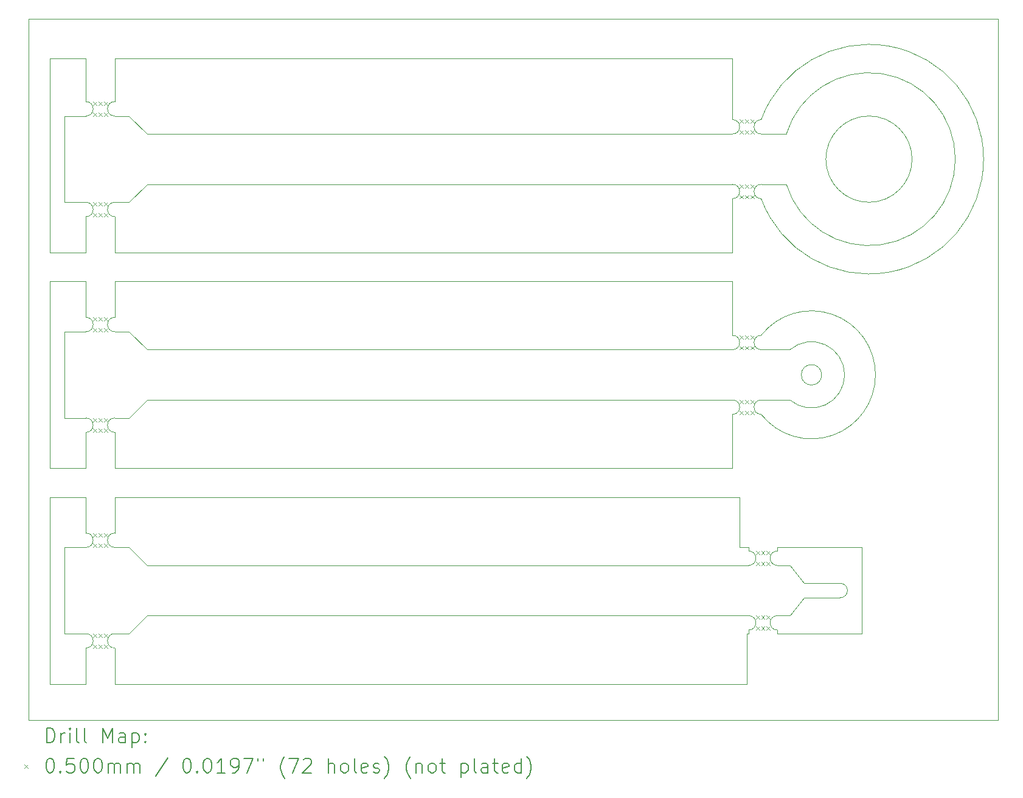
<source format=gbr>
%FSLAX45Y45*%
G04 Gerber Fmt 4.5, Leading zero omitted, Abs format (unit mm)*
G04 Created by KiCad (PCBNEW (6.0.1)) date 2023-07-16 14:40:19*
%MOMM*%
%LPD*%
G01*
G04 APERTURE LIST*
%TA.AperFunction,Profile*%
%ADD10C,0.100000*%
%TD*%
%ADD11C,0.200000*%
%ADD12C,0.050000*%
G04 APERTURE END LIST*
D10*
X17100000Y-9450000D02*
G75*
G03*
X17100000Y-8750000I300000J350000D01*
G01*
X17000000Y-11500000D02*
X18100000Y-11500000D01*
X7900000Y-9700000D02*
X8150000Y-9450000D01*
X16300000Y-7800000D02*
X7700000Y-7800000D01*
X17100000Y-12450000D02*
X17300000Y-12200000D01*
X16925000Y-11500000D02*
X16925000Y-11550000D01*
X16525000Y-12700000D02*
X16500000Y-12700000D01*
X7300000Y-11500000D02*
X7000000Y-11500000D01*
X17050000Y-6450000D02*
G75*
G03*
X17050000Y-5750000I1150001J350000D01*
G01*
X7900000Y-12700000D02*
X8150000Y-12450000D01*
X16300000Y-4700000D02*
X7700000Y-4700000D01*
X7700000Y-12700000D02*
G75*
G03*
X7700000Y-12900000I0J-100000D01*
G01*
X16525000Y-12450000D02*
X8150000Y-12450000D01*
X17100000Y-11750000D02*
X17300000Y-12000000D01*
X16525000Y-11500000D02*
X16500000Y-11500000D01*
X6800000Y-4700000D02*
X7300000Y-4700000D01*
X7900000Y-6700000D02*
X8150000Y-6450000D01*
X16300000Y-8750000D02*
G75*
G03*
X16300000Y-8550000I0J100000D01*
G01*
X7300000Y-12900000D02*
G75*
G03*
X7300000Y-12700000I0J100000D01*
G01*
X7700000Y-9900000D02*
X7700000Y-10400000D01*
X16500000Y-13400000D02*
X16500000Y-12700000D01*
X16300000Y-9450000D02*
X8150000Y-9450000D01*
X7300000Y-13400000D02*
X6800000Y-13400000D01*
X7700000Y-8300000D02*
G75*
G03*
X7700000Y-8500000I0J-100000D01*
G01*
X16525000Y-11750000D02*
G75*
G03*
X16525000Y-11550000I0J100000D01*
G01*
X16700000Y-9650000D02*
G75*
G03*
X16700000Y-8550000I700182J550000D01*
G01*
X16925000Y-12450000D02*
G75*
G03*
X16925000Y-12650000I0J-100000D01*
G01*
X6800000Y-10400000D02*
X7300000Y-10400000D01*
X7300000Y-5300000D02*
X7300000Y-4700000D01*
X7900000Y-9700000D02*
X7700000Y-9700000D01*
X16925000Y-11550000D02*
G75*
G03*
X16925000Y-11750000I0J-100000D01*
G01*
X16525000Y-12650000D02*
G75*
G03*
X16525000Y-12450000I0J100000D01*
G01*
X18100000Y-11500000D02*
X18100000Y-12700000D01*
X7700000Y-10800000D02*
X7700000Y-11300000D01*
X16300000Y-10400000D02*
X16300000Y-9650000D01*
X8150000Y-11750000D02*
X7900000Y-11500000D01*
X7700000Y-7800000D02*
X7700000Y-8300000D01*
X7900000Y-6700000D02*
X7700000Y-6700000D01*
X18100000Y-12700000D02*
X17000000Y-12700000D01*
X7300000Y-7800000D02*
X6800000Y-7800000D01*
X16400000Y-10800000D02*
X7700000Y-10800000D01*
X16700000Y-6450000D02*
X17050000Y-6450000D01*
X16700000Y-8750000D02*
X17100000Y-8750000D01*
X7300000Y-9900000D02*
G75*
G03*
X7300000Y-9700000I0J100000D01*
G01*
X16300000Y-5550000D02*
X16300000Y-4700000D01*
X7000000Y-5500000D02*
X7000000Y-6700000D01*
X8150000Y-8750000D02*
X7900000Y-8500000D01*
X7300000Y-5500000D02*
G75*
G03*
X7300000Y-5300000I0J100000D01*
G01*
X16700000Y-8550000D02*
G75*
G03*
X16700000Y-8750000I0J-100000D01*
G01*
X6800000Y-13400000D02*
X6800000Y-10800000D01*
X6800000Y-7400000D02*
X6800000Y-4700000D01*
X7300000Y-8500000D02*
G75*
G03*
X7300000Y-8300000I0J100000D01*
G01*
X16925000Y-12700000D02*
X17000000Y-12700000D01*
X7700000Y-5300000D02*
G75*
G03*
X7700000Y-5500000I0J-100000D01*
G01*
X17541421Y-9100000D02*
G75*
G03*
X17541421Y-9100000I-141421J0D01*
G01*
X16300000Y-6450000D02*
X8150000Y-6450000D01*
X7900000Y-11500000D02*
X7700000Y-11500000D01*
X16700000Y-6450000D02*
G75*
G03*
X16700000Y-6650000I0J-100000D01*
G01*
X7000000Y-8500000D02*
X7000000Y-9700000D01*
X7000000Y-9700000D02*
X7300000Y-9700000D01*
X16925000Y-12650000D02*
X16925000Y-12700000D01*
X7700000Y-7400000D02*
X16300000Y-7400000D01*
X16525000Y-11550000D02*
X16525000Y-11500000D01*
X17800000Y-12200000D02*
X17300000Y-12200000D01*
X16700000Y-6650000D02*
G75*
G03*
X16700000Y-5550000I1498891J550000D01*
G01*
X7300000Y-10800000D02*
X7300000Y-11300000D01*
X16700000Y-5550000D02*
G75*
G03*
X16700000Y-5750000I0J-100000D01*
G01*
X7900000Y-12700000D02*
X7700000Y-12700000D01*
X16400000Y-11500000D02*
X16400000Y-10800000D01*
X7000000Y-6700000D02*
X7300000Y-6700000D01*
X16300000Y-9650000D02*
G75*
G03*
X16300000Y-9450000I0J100000D01*
G01*
X7300000Y-6900000D02*
X7300000Y-7400000D01*
X16700000Y-9450000D02*
G75*
G03*
X16700000Y-9650000I0J-100000D01*
G01*
X8150000Y-5750000D02*
X7900000Y-5500000D01*
X7700000Y-5300000D02*
X7700000Y-4700000D01*
X7300000Y-12900000D02*
X7300000Y-13400000D01*
X7300000Y-8500000D02*
X7000000Y-8500000D01*
X17300000Y-12000000D02*
X17800000Y-12000000D01*
X7700000Y-6900000D02*
X7700000Y-7400000D01*
X16300000Y-5750000D02*
X8150000Y-5750000D01*
X6800000Y-7800000D02*
X6800000Y-10400000D01*
X7700000Y-12900000D02*
X7700000Y-13400000D01*
X7000000Y-11500000D02*
X7000000Y-12700000D01*
X16300000Y-8750000D02*
X8150000Y-8750000D01*
X16300000Y-8550000D02*
X16300000Y-7800000D01*
X7700000Y-9700000D02*
G75*
G03*
X7700000Y-9900000I0J-100000D01*
G01*
X16300000Y-6650000D02*
G75*
G03*
X16300000Y-6450000I0J100000D01*
G01*
X7300000Y-6900000D02*
G75*
G03*
X7300000Y-6700000I0J100000D01*
G01*
X16500000Y-11500000D02*
X16400000Y-11500000D01*
X16300000Y-7400000D02*
X16300000Y-6650000D01*
X18800000Y-6100000D02*
G75*
G03*
X18800000Y-6100000I-600000J0D01*
G01*
X7300000Y-10400000D02*
X7300000Y-9900000D01*
X7000000Y-5500000D02*
X7300000Y-5500000D01*
X16925000Y-11750000D02*
X17100000Y-11750000D01*
X16700000Y-9450000D02*
X17100000Y-9450000D01*
X7700000Y-6700000D02*
G75*
G03*
X7700000Y-6900000I0J-100000D01*
G01*
X17000000Y-11500000D02*
X16925000Y-11500000D01*
X7900000Y-5500000D02*
X7700000Y-5500000D01*
X7300000Y-7400000D02*
X6800000Y-7400000D01*
X7700000Y-10400000D02*
X16300000Y-10400000D01*
X6800000Y-10800000D02*
X7300000Y-10800000D01*
X7900000Y-8500000D02*
X7700000Y-8500000D01*
X16700000Y-5750000D02*
X17050000Y-5750000D01*
X7300000Y-8300000D02*
X7300000Y-7800000D01*
X6500000Y-4150000D02*
X20000000Y-4150000D01*
X20000000Y-4150000D02*
X20000000Y-13900000D01*
X20000000Y-13900000D02*
X6500000Y-13900000D01*
X6500000Y-13900000D02*
X6500000Y-4150000D01*
X16925000Y-12450000D02*
X17100000Y-12450000D01*
X16525000Y-11750000D02*
X8150000Y-11750000D01*
X16525000Y-12650000D02*
X16525000Y-12700000D01*
X7700000Y-11300000D02*
G75*
G03*
X7700000Y-11500000I0J-100000D01*
G01*
X7300000Y-11500000D02*
G75*
G03*
X7300000Y-11300000I0J100000D01*
G01*
X17800000Y-12200000D02*
G75*
G03*
X17800000Y-12000000I0J100000D01*
G01*
X7000000Y-12700000D02*
X7300000Y-12700000D01*
X7700000Y-13400000D02*
X16500000Y-13400000D01*
X16300000Y-5750000D02*
G75*
G03*
X16300000Y-5550000I0J100000D01*
G01*
D11*
D12*
X7400000Y-5300000D02*
X7450000Y-5350000D01*
X7450000Y-5300000D02*
X7400000Y-5350000D01*
X7400000Y-5450000D02*
X7450000Y-5500000D01*
X7450000Y-5450000D02*
X7400000Y-5500000D01*
X7400000Y-6700000D02*
X7450000Y-6750000D01*
X7450000Y-6700000D02*
X7400000Y-6750000D01*
X7400000Y-6850000D02*
X7450000Y-6900000D01*
X7450000Y-6850000D02*
X7400000Y-6900000D01*
X7400000Y-8300000D02*
X7450000Y-8350000D01*
X7450000Y-8300000D02*
X7400000Y-8350000D01*
X7400000Y-8450000D02*
X7450000Y-8500000D01*
X7450000Y-8450000D02*
X7400000Y-8500000D01*
X7400000Y-9700000D02*
X7450000Y-9750000D01*
X7450000Y-9700000D02*
X7400000Y-9750000D01*
X7400000Y-9850000D02*
X7450000Y-9900000D01*
X7450000Y-9850000D02*
X7400000Y-9900000D01*
X7400000Y-11300000D02*
X7450000Y-11350000D01*
X7450000Y-11300000D02*
X7400000Y-11350000D01*
X7400000Y-11450000D02*
X7450000Y-11500000D01*
X7450000Y-11450000D02*
X7400000Y-11500000D01*
X7400000Y-12700000D02*
X7450000Y-12750000D01*
X7450000Y-12700000D02*
X7400000Y-12750000D01*
X7400000Y-12850000D02*
X7450000Y-12900000D01*
X7450000Y-12850000D02*
X7400000Y-12900000D01*
X7475000Y-5300000D02*
X7525000Y-5350000D01*
X7525000Y-5300000D02*
X7475000Y-5350000D01*
X7475000Y-5450000D02*
X7525000Y-5500000D01*
X7525000Y-5450000D02*
X7475000Y-5500000D01*
X7475000Y-6700000D02*
X7525000Y-6750000D01*
X7525000Y-6700000D02*
X7475000Y-6750000D01*
X7475000Y-6850000D02*
X7525000Y-6900000D01*
X7525000Y-6850000D02*
X7475000Y-6900000D01*
X7475000Y-8300000D02*
X7525000Y-8350000D01*
X7525000Y-8300000D02*
X7475000Y-8350000D01*
X7475000Y-8450000D02*
X7525000Y-8500000D01*
X7525000Y-8450000D02*
X7475000Y-8500000D01*
X7475000Y-9700000D02*
X7525000Y-9750000D01*
X7525000Y-9700000D02*
X7475000Y-9750000D01*
X7475000Y-9850000D02*
X7525000Y-9900000D01*
X7525000Y-9850000D02*
X7475000Y-9900000D01*
X7475000Y-11300000D02*
X7525000Y-11350000D01*
X7525000Y-11300000D02*
X7475000Y-11350000D01*
X7475000Y-11450000D02*
X7525000Y-11500000D01*
X7525000Y-11450000D02*
X7475000Y-11500000D01*
X7475000Y-12700000D02*
X7525000Y-12750000D01*
X7525000Y-12700000D02*
X7475000Y-12750000D01*
X7475000Y-12850000D02*
X7525000Y-12900000D01*
X7525000Y-12850000D02*
X7475000Y-12900000D01*
X7550000Y-5300000D02*
X7600000Y-5350000D01*
X7600000Y-5300000D02*
X7550000Y-5350000D01*
X7550000Y-5450000D02*
X7600000Y-5500000D01*
X7600000Y-5450000D02*
X7550000Y-5500000D01*
X7550000Y-6700000D02*
X7600000Y-6750000D01*
X7600000Y-6700000D02*
X7550000Y-6750000D01*
X7550000Y-6850000D02*
X7600000Y-6900000D01*
X7600000Y-6850000D02*
X7550000Y-6900000D01*
X7550000Y-8300000D02*
X7600000Y-8350000D01*
X7600000Y-8300000D02*
X7550000Y-8350000D01*
X7550000Y-8450000D02*
X7600000Y-8500000D01*
X7600000Y-8450000D02*
X7550000Y-8500000D01*
X7550000Y-9700000D02*
X7600000Y-9750000D01*
X7600000Y-9700000D02*
X7550000Y-9750000D01*
X7550000Y-9850000D02*
X7600000Y-9900000D01*
X7600000Y-9850000D02*
X7550000Y-9900000D01*
X7550000Y-11300000D02*
X7600000Y-11350000D01*
X7600000Y-11300000D02*
X7550000Y-11350000D01*
X7550000Y-11450000D02*
X7600000Y-11500000D01*
X7600000Y-11450000D02*
X7550000Y-11500000D01*
X7550000Y-12700000D02*
X7600000Y-12750000D01*
X7600000Y-12700000D02*
X7550000Y-12750000D01*
X7550000Y-12850000D02*
X7600000Y-12900000D01*
X7600000Y-12850000D02*
X7550000Y-12900000D01*
X16400000Y-5550000D02*
X16450000Y-5600000D01*
X16450000Y-5550000D02*
X16400000Y-5600000D01*
X16400000Y-5700000D02*
X16450000Y-5750000D01*
X16450000Y-5700000D02*
X16400000Y-5750000D01*
X16400000Y-6450000D02*
X16450000Y-6500000D01*
X16450000Y-6450000D02*
X16400000Y-6500000D01*
X16400000Y-6600000D02*
X16450000Y-6650000D01*
X16450000Y-6600000D02*
X16400000Y-6650000D01*
X16400000Y-8550000D02*
X16450000Y-8600000D01*
X16450000Y-8550000D02*
X16400000Y-8600000D01*
X16400000Y-8700000D02*
X16450000Y-8750000D01*
X16450000Y-8700000D02*
X16400000Y-8750000D01*
X16400000Y-9450000D02*
X16450000Y-9500000D01*
X16450000Y-9450000D02*
X16400000Y-9500000D01*
X16400000Y-9600000D02*
X16450000Y-9650000D01*
X16450000Y-9600000D02*
X16400000Y-9650000D01*
X16475000Y-5550000D02*
X16525000Y-5600000D01*
X16525000Y-5550000D02*
X16475000Y-5600000D01*
X16475000Y-5700000D02*
X16525000Y-5750000D01*
X16525000Y-5700000D02*
X16475000Y-5750000D01*
X16475000Y-6450000D02*
X16525000Y-6500000D01*
X16525000Y-6450000D02*
X16475000Y-6500000D01*
X16475000Y-6600000D02*
X16525000Y-6650000D01*
X16525000Y-6600000D02*
X16475000Y-6650000D01*
X16475000Y-8550000D02*
X16525000Y-8600000D01*
X16525000Y-8550000D02*
X16475000Y-8600000D01*
X16475000Y-8700000D02*
X16525000Y-8750000D01*
X16525000Y-8700000D02*
X16475000Y-8750000D01*
X16475000Y-9450000D02*
X16525000Y-9500000D01*
X16525000Y-9450000D02*
X16475000Y-9500000D01*
X16475000Y-9600000D02*
X16525000Y-9650000D01*
X16525000Y-9600000D02*
X16475000Y-9650000D01*
X16550000Y-5550000D02*
X16600000Y-5600000D01*
X16600000Y-5550000D02*
X16550000Y-5600000D01*
X16550000Y-5700000D02*
X16600000Y-5750000D01*
X16600000Y-5700000D02*
X16550000Y-5750000D01*
X16550000Y-6450000D02*
X16600000Y-6500000D01*
X16600000Y-6450000D02*
X16550000Y-6500000D01*
X16550000Y-6600000D02*
X16600000Y-6650000D01*
X16600000Y-6600000D02*
X16550000Y-6650000D01*
X16550000Y-8550000D02*
X16600000Y-8600000D01*
X16600000Y-8550000D02*
X16550000Y-8600000D01*
X16550000Y-8700000D02*
X16600000Y-8750000D01*
X16600000Y-8700000D02*
X16550000Y-8750000D01*
X16550000Y-9450000D02*
X16600000Y-9500000D01*
X16600000Y-9450000D02*
X16550000Y-9500000D01*
X16550000Y-9600000D02*
X16600000Y-9650000D01*
X16600000Y-9600000D02*
X16550000Y-9650000D01*
X16625000Y-11550000D02*
X16675000Y-11600000D01*
X16675000Y-11550000D02*
X16625000Y-11600000D01*
X16625000Y-11700000D02*
X16675000Y-11750000D01*
X16675000Y-11700000D02*
X16625000Y-11750000D01*
X16625000Y-12450000D02*
X16675000Y-12500000D01*
X16675000Y-12450000D02*
X16625000Y-12500000D01*
X16625000Y-12600000D02*
X16675000Y-12650000D01*
X16675000Y-12600000D02*
X16625000Y-12650000D01*
X16700000Y-11550000D02*
X16750000Y-11600000D01*
X16750000Y-11550000D02*
X16700000Y-11600000D01*
X16700000Y-11700000D02*
X16750000Y-11750000D01*
X16750000Y-11700000D02*
X16700000Y-11750000D01*
X16700000Y-12450000D02*
X16750000Y-12500000D01*
X16750000Y-12450000D02*
X16700000Y-12500000D01*
X16700000Y-12600000D02*
X16750000Y-12650000D01*
X16750000Y-12600000D02*
X16700000Y-12650000D01*
X16775000Y-11550000D02*
X16825000Y-11600000D01*
X16825000Y-11550000D02*
X16775000Y-11600000D01*
X16775000Y-11700000D02*
X16825000Y-11750000D01*
X16825000Y-11700000D02*
X16775000Y-11750000D01*
X16775000Y-12450000D02*
X16825000Y-12500000D01*
X16825000Y-12450000D02*
X16775000Y-12500000D01*
X16775000Y-12600000D02*
X16825000Y-12650000D01*
X16825000Y-12600000D02*
X16775000Y-12650000D01*
D11*
X6752619Y-14215476D02*
X6752619Y-14015476D01*
X6800238Y-14015476D01*
X6828809Y-14025000D01*
X6847857Y-14044048D01*
X6857381Y-14063095D01*
X6866905Y-14101190D01*
X6866905Y-14129762D01*
X6857381Y-14167857D01*
X6847857Y-14186905D01*
X6828809Y-14205952D01*
X6800238Y-14215476D01*
X6752619Y-14215476D01*
X6952619Y-14215476D02*
X6952619Y-14082143D01*
X6952619Y-14120238D02*
X6962143Y-14101190D01*
X6971667Y-14091667D01*
X6990714Y-14082143D01*
X7009762Y-14082143D01*
X7076428Y-14215476D02*
X7076428Y-14082143D01*
X7076428Y-14015476D02*
X7066905Y-14025000D01*
X7076428Y-14034524D01*
X7085952Y-14025000D01*
X7076428Y-14015476D01*
X7076428Y-14034524D01*
X7200238Y-14215476D02*
X7181190Y-14205952D01*
X7171667Y-14186905D01*
X7171667Y-14015476D01*
X7305000Y-14215476D02*
X7285952Y-14205952D01*
X7276428Y-14186905D01*
X7276428Y-14015476D01*
X7533571Y-14215476D02*
X7533571Y-14015476D01*
X7600238Y-14158333D01*
X7666905Y-14015476D01*
X7666905Y-14215476D01*
X7847857Y-14215476D02*
X7847857Y-14110714D01*
X7838333Y-14091667D01*
X7819286Y-14082143D01*
X7781190Y-14082143D01*
X7762143Y-14091667D01*
X7847857Y-14205952D02*
X7828809Y-14215476D01*
X7781190Y-14215476D01*
X7762143Y-14205952D01*
X7752619Y-14186905D01*
X7752619Y-14167857D01*
X7762143Y-14148809D01*
X7781190Y-14139286D01*
X7828809Y-14139286D01*
X7847857Y-14129762D01*
X7943095Y-14082143D02*
X7943095Y-14282143D01*
X7943095Y-14091667D02*
X7962143Y-14082143D01*
X8000238Y-14082143D01*
X8019286Y-14091667D01*
X8028809Y-14101190D01*
X8038333Y-14120238D01*
X8038333Y-14177381D01*
X8028809Y-14196428D01*
X8019286Y-14205952D01*
X8000238Y-14215476D01*
X7962143Y-14215476D01*
X7943095Y-14205952D01*
X8124048Y-14196428D02*
X8133571Y-14205952D01*
X8124048Y-14215476D01*
X8114524Y-14205952D01*
X8124048Y-14196428D01*
X8124048Y-14215476D01*
X8124048Y-14091667D02*
X8133571Y-14101190D01*
X8124048Y-14110714D01*
X8114524Y-14101190D01*
X8124048Y-14091667D01*
X8124048Y-14110714D01*
D12*
X6445000Y-14520000D02*
X6495000Y-14570000D01*
X6495000Y-14520000D02*
X6445000Y-14570000D01*
D11*
X6790714Y-14435476D02*
X6809762Y-14435476D01*
X6828809Y-14445000D01*
X6838333Y-14454524D01*
X6847857Y-14473571D01*
X6857381Y-14511667D01*
X6857381Y-14559286D01*
X6847857Y-14597381D01*
X6838333Y-14616428D01*
X6828809Y-14625952D01*
X6809762Y-14635476D01*
X6790714Y-14635476D01*
X6771667Y-14625952D01*
X6762143Y-14616428D01*
X6752619Y-14597381D01*
X6743095Y-14559286D01*
X6743095Y-14511667D01*
X6752619Y-14473571D01*
X6762143Y-14454524D01*
X6771667Y-14445000D01*
X6790714Y-14435476D01*
X6943095Y-14616428D02*
X6952619Y-14625952D01*
X6943095Y-14635476D01*
X6933571Y-14625952D01*
X6943095Y-14616428D01*
X6943095Y-14635476D01*
X7133571Y-14435476D02*
X7038333Y-14435476D01*
X7028809Y-14530714D01*
X7038333Y-14521190D01*
X7057381Y-14511667D01*
X7105000Y-14511667D01*
X7124048Y-14521190D01*
X7133571Y-14530714D01*
X7143095Y-14549762D01*
X7143095Y-14597381D01*
X7133571Y-14616428D01*
X7124048Y-14625952D01*
X7105000Y-14635476D01*
X7057381Y-14635476D01*
X7038333Y-14625952D01*
X7028809Y-14616428D01*
X7266905Y-14435476D02*
X7285952Y-14435476D01*
X7305000Y-14445000D01*
X7314524Y-14454524D01*
X7324048Y-14473571D01*
X7333571Y-14511667D01*
X7333571Y-14559286D01*
X7324048Y-14597381D01*
X7314524Y-14616428D01*
X7305000Y-14625952D01*
X7285952Y-14635476D01*
X7266905Y-14635476D01*
X7247857Y-14625952D01*
X7238333Y-14616428D01*
X7228809Y-14597381D01*
X7219286Y-14559286D01*
X7219286Y-14511667D01*
X7228809Y-14473571D01*
X7238333Y-14454524D01*
X7247857Y-14445000D01*
X7266905Y-14435476D01*
X7457381Y-14435476D02*
X7476428Y-14435476D01*
X7495476Y-14445000D01*
X7505000Y-14454524D01*
X7514524Y-14473571D01*
X7524048Y-14511667D01*
X7524048Y-14559286D01*
X7514524Y-14597381D01*
X7505000Y-14616428D01*
X7495476Y-14625952D01*
X7476428Y-14635476D01*
X7457381Y-14635476D01*
X7438333Y-14625952D01*
X7428809Y-14616428D01*
X7419286Y-14597381D01*
X7409762Y-14559286D01*
X7409762Y-14511667D01*
X7419286Y-14473571D01*
X7428809Y-14454524D01*
X7438333Y-14445000D01*
X7457381Y-14435476D01*
X7609762Y-14635476D02*
X7609762Y-14502143D01*
X7609762Y-14521190D02*
X7619286Y-14511667D01*
X7638333Y-14502143D01*
X7666905Y-14502143D01*
X7685952Y-14511667D01*
X7695476Y-14530714D01*
X7695476Y-14635476D01*
X7695476Y-14530714D02*
X7705000Y-14511667D01*
X7724048Y-14502143D01*
X7752619Y-14502143D01*
X7771667Y-14511667D01*
X7781190Y-14530714D01*
X7781190Y-14635476D01*
X7876428Y-14635476D02*
X7876428Y-14502143D01*
X7876428Y-14521190D02*
X7885952Y-14511667D01*
X7905000Y-14502143D01*
X7933571Y-14502143D01*
X7952619Y-14511667D01*
X7962143Y-14530714D01*
X7962143Y-14635476D01*
X7962143Y-14530714D02*
X7971667Y-14511667D01*
X7990714Y-14502143D01*
X8019286Y-14502143D01*
X8038333Y-14511667D01*
X8047857Y-14530714D01*
X8047857Y-14635476D01*
X8438333Y-14425952D02*
X8266905Y-14683095D01*
X8695476Y-14435476D02*
X8714524Y-14435476D01*
X8733571Y-14445000D01*
X8743095Y-14454524D01*
X8752619Y-14473571D01*
X8762143Y-14511667D01*
X8762143Y-14559286D01*
X8752619Y-14597381D01*
X8743095Y-14616428D01*
X8733571Y-14625952D01*
X8714524Y-14635476D01*
X8695476Y-14635476D01*
X8676429Y-14625952D01*
X8666905Y-14616428D01*
X8657381Y-14597381D01*
X8647857Y-14559286D01*
X8647857Y-14511667D01*
X8657381Y-14473571D01*
X8666905Y-14454524D01*
X8676429Y-14445000D01*
X8695476Y-14435476D01*
X8847857Y-14616428D02*
X8857381Y-14625952D01*
X8847857Y-14635476D01*
X8838333Y-14625952D01*
X8847857Y-14616428D01*
X8847857Y-14635476D01*
X8981190Y-14435476D02*
X9000238Y-14435476D01*
X9019286Y-14445000D01*
X9028810Y-14454524D01*
X9038333Y-14473571D01*
X9047857Y-14511667D01*
X9047857Y-14559286D01*
X9038333Y-14597381D01*
X9028810Y-14616428D01*
X9019286Y-14625952D01*
X9000238Y-14635476D01*
X8981190Y-14635476D01*
X8962143Y-14625952D01*
X8952619Y-14616428D01*
X8943095Y-14597381D01*
X8933571Y-14559286D01*
X8933571Y-14511667D01*
X8943095Y-14473571D01*
X8952619Y-14454524D01*
X8962143Y-14445000D01*
X8981190Y-14435476D01*
X9238333Y-14635476D02*
X9124048Y-14635476D01*
X9181190Y-14635476D02*
X9181190Y-14435476D01*
X9162143Y-14464048D01*
X9143095Y-14483095D01*
X9124048Y-14492619D01*
X9333571Y-14635476D02*
X9371667Y-14635476D01*
X9390714Y-14625952D01*
X9400238Y-14616428D01*
X9419286Y-14587857D01*
X9428810Y-14549762D01*
X9428810Y-14473571D01*
X9419286Y-14454524D01*
X9409762Y-14445000D01*
X9390714Y-14435476D01*
X9352619Y-14435476D01*
X9333571Y-14445000D01*
X9324048Y-14454524D01*
X9314524Y-14473571D01*
X9314524Y-14521190D01*
X9324048Y-14540238D01*
X9333571Y-14549762D01*
X9352619Y-14559286D01*
X9390714Y-14559286D01*
X9409762Y-14549762D01*
X9419286Y-14540238D01*
X9428810Y-14521190D01*
X9495476Y-14435476D02*
X9628810Y-14435476D01*
X9543095Y-14635476D01*
X9695476Y-14435476D02*
X9695476Y-14473571D01*
X9771667Y-14435476D02*
X9771667Y-14473571D01*
X10066905Y-14711667D02*
X10057381Y-14702143D01*
X10038333Y-14673571D01*
X10028810Y-14654524D01*
X10019286Y-14625952D01*
X10009762Y-14578333D01*
X10009762Y-14540238D01*
X10019286Y-14492619D01*
X10028810Y-14464048D01*
X10038333Y-14445000D01*
X10057381Y-14416428D01*
X10066905Y-14406905D01*
X10124048Y-14435476D02*
X10257381Y-14435476D01*
X10171667Y-14635476D01*
X10324048Y-14454524D02*
X10333571Y-14445000D01*
X10352619Y-14435476D01*
X10400238Y-14435476D01*
X10419286Y-14445000D01*
X10428810Y-14454524D01*
X10438333Y-14473571D01*
X10438333Y-14492619D01*
X10428810Y-14521190D01*
X10314524Y-14635476D01*
X10438333Y-14635476D01*
X10676429Y-14635476D02*
X10676429Y-14435476D01*
X10762143Y-14635476D02*
X10762143Y-14530714D01*
X10752619Y-14511667D01*
X10733571Y-14502143D01*
X10705000Y-14502143D01*
X10685952Y-14511667D01*
X10676429Y-14521190D01*
X10885952Y-14635476D02*
X10866905Y-14625952D01*
X10857381Y-14616428D01*
X10847857Y-14597381D01*
X10847857Y-14540238D01*
X10857381Y-14521190D01*
X10866905Y-14511667D01*
X10885952Y-14502143D01*
X10914524Y-14502143D01*
X10933571Y-14511667D01*
X10943095Y-14521190D01*
X10952619Y-14540238D01*
X10952619Y-14597381D01*
X10943095Y-14616428D01*
X10933571Y-14625952D01*
X10914524Y-14635476D01*
X10885952Y-14635476D01*
X11066905Y-14635476D02*
X11047857Y-14625952D01*
X11038333Y-14606905D01*
X11038333Y-14435476D01*
X11219286Y-14625952D02*
X11200238Y-14635476D01*
X11162143Y-14635476D01*
X11143095Y-14625952D01*
X11133571Y-14606905D01*
X11133571Y-14530714D01*
X11143095Y-14511667D01*
X11162143Y-14502143D01*
X11200238Y-14502143D01*
X11219286Y-14511667D01*
X11228809Y-14530714D01*
X11228809Y-14549762D01*
X11133571Y-14568809D01*
X11305000Y-14625952D02*
X11324048Y-14635476D01*
X11362143Y-14635476D01*
X11381190Y-14625952D01*
X11390714Y-14606905D01*
X11390714Y-14597381D01*
X11381190Y-14578333D01*
X11362143Y-14568809D01*
X11333571Y-14568809D01*
X11314524Y-14559286D01*
X11305000Y-14540238D01*
X11305000Y-14530714D01*
X11314524Y-14511667D01*
X11333571Y-14502143D01*
X11362143Y-14502143D01*
X11381190Y-14511667D01*
X11457381Y-14711667D02*
X11466905Y-14702143D01*
X11485952Y-14673571D01*
X11495476Y-14654524D01*
X11505000Y-14625952D01*
X11514524Y-14578333D01*
X11514524Y-14540238D01*
X11505000Y-14492619D01*
X11495476Y-14464048D01*
X11485952Y-14445000D01*
X11466905Y-14416428D01*
X11457381Y-14406905D01*
X11819286Y-14711667D02*
X11809762Y-14702143D01*
X11790714Y-14673571D01*
X11781190Y-14654524D01*
X11771667Y-14625952D01*
X11762143Y-14578333D01*
X11762143Y-14540238D01*
X11771667Y-14492619D01*
X11781190Y-14464048D01*
X11790714Y-14445000D01*
X11809762Y-14416428D01*
X11819286Y-14406905D01*
X11895476Y-14502143D02*
X11895476Y-14635476D01*
X11895476Y-14521190D02*
X11905000Y-14511667D01*
X11924048Y-14502143D01*
X11952619Y-14502143D01*
X11971667Y-14511667D01*
X11981190Y-14530714D01*
X11981190Y-14635476D01*
X12105000Y-14635476D02*
X12085952Y-14625952D01*
X12076428Y-14616428D01*
X12066905Y-14597381D01*
X12066905Y-14540238D01*
X12076428Y-14521190D01*
X12085952Y-14511667D01*
X12105000Y-14502143D01*
X12133571Y-14502143D01*
X12152619Y-14511667D01*
X12162143Y-14521190D01*
X12171667Y-14540238D01*
X12171667Y-14597381D01*
X12162143Y-14616428D01*
X12152619Y-14625952D01*
X12133571Y-14635476D01*
X12105000Y-14635476D01*
X12228809Y-14502143D02*
X12305000Y-14502143D01*
X12257381Y-14435476D02*
X12257381Y-14606905D01*
X12266905Y-14625952D01*
X12285952Y-14635476D01*
X12305000Y-14635476D01*
X12524048Y-14502143D02*
X12524048Y-14702143D01*
X12524048Y-14511667D02*
X12543095Y-14502143D01*
X12581190Y-14502143D01*
X12600238Y-14511667D01*
X12609762Y-14521190D01*
X12619286Y-14540238D01*
X12619286Y-14597381D01*
X12609762Y-14616428D01*
X12600238Y-14625952D01*
X12581190Y-14635476D01*
X12543095Y-14635476D01*
X12524048Y-14625952D01*
X12733571Y-14635476D02*
X12714524Y-14625952D01*
X12705000Y-14606905D01*
X12705000Y-14435476D01*
X12895476Y-14635476D02*
X12895476Y-14530714D01*
X12885952Y-14511667D01*
X12866905Y-14502143D01*
X12828809Y-14502143D01*
X12809762Y-14511667D01*
X12895476Y-14625952D02*
X12876428Y-14635476D01*
X12828809Y-14635476D01*
X12809762Y-14625952D01*
X12800238Y-14606905D01*
X12800238Y-14587857D01*
X12809762Y-14568809D01*
X12828809Y-14559286D01*
X12876428Y-14559286D01*
X12895476Y-14549762D01*
X12962143Y-14502143D02*
X13038333Y-14502143D01*
X12990714Y-14435476D02*
X12990714Y-14606905D01*
X13000238Y-14625952D01*
X13019286Y-14635476D01*
X13038333Y-14635476D01*
X13181190Y-14625952D02*
X13162143Y-14635476D01*
X13124048Y-14635476D01*
X13105000Y-14625952D01*
X13095476Y-14606905D01*
X13095476Y-14530714D01*
X13105000Y-14511667D01*
X13124048Y-14502143D01*
X13162143Y-14502143D01*
X13181190Y-14511667D01*
X13190714Y-14530714D01*
X13190714Y-14549762D01*
X13095476Y-14568809D01*
X13362143Y-14635476D02*
X13362143Y-14435476D01*
X13362143Y-14625952D02*
X13343095Y-14635476D01*
X13305000Y-14635476D01*
X13285952Y-14625952D01*
X13276428Y-14616428D01*
X13266905Y-14597381D01*
X13266905Y-14540238D01*
X13276428Y-14521190D01*
X13285952Y-14511667D01*
X13305000Y-14502143D01*
X13343095Y-14502143D01*
X13362143Y-14511667D01*
X13438333Y-14711667D02*
X13447857Y-14702143D01*
X13466905Y-14673571D01*
X13476428Y-14654524D01*
X13485952Y-14625952D01*
X13495476Y-14578333D01*
X13495476Y-14540238D01*
X13485952Y-14492619D01*
X13476428Y-14464048D01*
X13466905Y-14445000D01*
X13447857Y-14416428D01*
X13438333Y-14406905D01*
M02*

</source>
